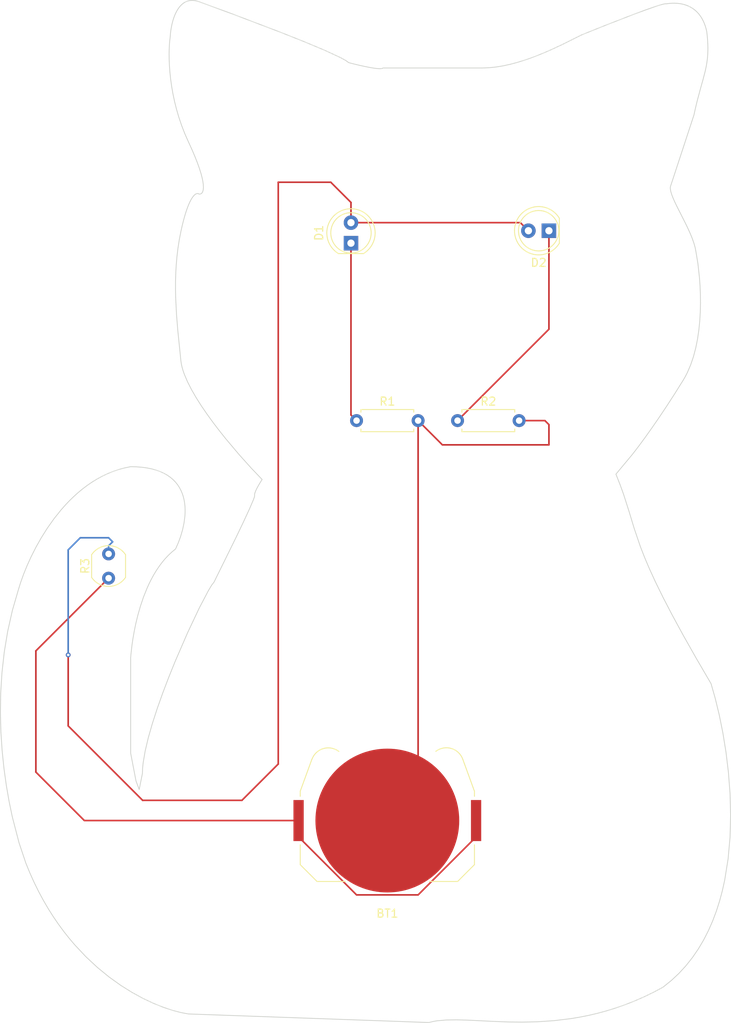
<source format=kicad_pcb>
(kicad_pcb (version 20241229) (generator "pcbnew") (generator_version "9.0")
  (layers (0 "F.Cu" signal) (2 "B.Cu" signal) (13 "F.Paste" user) (15 "B.Paste" user) (5 "F.SilkS" user "F.Silkscreen") (7 "B.SilkS" user "B.Silkscreen") (1 "F.Mask" user) (3 "B.Mask" user) (25 "Edge.Cuts" user))
  (net 0 "")
  (net 1 "Net-(BT1--)")
  (net 2 "Net-(BT1-+)")
  (net 3 "Net-(D1-K)")
  (net 4 "Net-(D2-K)")
  (net 5 "Net-(D1-A)")
  (footprint "Battery:BatteryHolder_Keystone_3034_1x20mm" (layer "F.Cu") (at 73.5 151.5 180)
    (property "Reference" "BT1" (at 0 -11.5 0) (layer "F.SilkS"))
    (property "Value" "Battery_Cell")
    (fp_line (start 10.78 3.63) (end 9.34 7.58) (stroke (width 0.12)) (layer "F.SilkS"))
    (fp_line (start 10.78 3) (end 10.78 3.63) (stroke (width 0.12)) (layer "F.SilkS"))
    (fp_line (start 10.78 -5.46) (end 10.78 -3) (stroke (width 0.12)) (layer "F.SilkS"))
    (fp_line (start 8.7 -7.54) (end 10.78 -5.46) (stroke (width 0.12)) (layer "F.SilkS"))
    (fp_line (start 8.7 -7.54) (end 5.2 -7.54) (stroke (width 0.12)) (layer "F.SilkS"))
    (fp_line (start -5.2 -7.54) (end -8.7 -7.54) (stroke (width 0.12)) (layer "F.SilkS"))
    (fp_line (start -8.7 -7.54) (end -10.78 -5.46) (stroke (width 0.12)) (layer "F.SilkS"))
    (fp_line (start -10.78 3.63) (end -9.34 7.58) (stroke (width 0.12)) (layer "F.SilkS"))
    (fp_line (start -10.78 3) (end -10.78 3.63) (stroke (width 0.12)) (layer "F.SilkS"))
    (fp_line (start -10.78 -5.46) (end -10.78 -3) (stroke (width 0.12)) (layer "F.SilkS"))
    (fp_arc (start 9.325243 7.588169) (mid 7.90634 8.911668) (end 6 8.55) (stroke (width 0.12)) (layer "F.SilkS"))
    (fp_arc (start -6.003354 8.56653) (mid -7.921654 8.918738) (end -9.34 7.58) (stroke (width 0.12)) (layer "F.SilkS"))
    (pad "1" smd rect (at -10.985 0 180) (size 1.27 5.08) (layers "F.Cu" "F.Mask" "F.Paste") (net 2 "Net-(BT1-+)"))
    (pad "1" smd rect (at 10.985 0 180) (size 1.27 5.08) (layers "F.Cu" "F.Mask" "F.Paste") (net 2 "Net-(BT1-+)"))
    (pad "2" smd circle (at 0 0 180) (size 17.8 17.8) (layers "F.Cu" "F.Mask") (net 1 "Net-(BT1--)"))
  )
  (footprint "Resistor_THT:R_Axial_DIN0207_L6.3mm_D2.5mm_P7.62mm_Horizontal" (layer "F.Cu") (at 69.69 102)
    (property "Reference" "R1" (at 3.81 -2.37 0) (layer "F.SilkS"))
    (property "Value" "R")
    (fp_line (start 0.54 -1.37) (end 7.08 -1.37) (stroke (width 0.12)) (layer "F.SilkS"))
    (fp_line (start 0.54 -1.04) (end 0.54 -1.37) (stroke (width 0.12)) (layer "F.SilkS"))
    (fp_line (start 0.54 1.04) (end 0.54 1.37) (stroke (width 0.12)) (layer "F.SilkS"))
    (fp_line (start 0.54 1.37) (end 7.08 1.37) (stroke (width 0.12)) (layer "F.SilkS"))
    (fp_line (start 7.08 -1.37) (end 7.08 -1.04) (stroke (width 0.12)) (layer "F.SilkS"))
    (fp_line (start 7.08 1.37) (end 7.08 1.04) (stroke (width 0.12)) (layer "F.SilkS"))
    (pad "1" thru_hole circle (at 0 0) (size 1.6 1.6) (drill 0.8) (layers "*.Cu" "*.Mask") (net 3 "Net-(D1-K)"))
    (pad "2" thru_hole oval (at 7.62 0) (size 1.6 1.6) (drill 0.8) (layers "*.Cu" "*.Mask") (net 1 "Net-(BT1--)"))
  )
  (footprint "LED_THT:LED_D5.0mm" (layer "F.Cu") (at 69 80.04 90)
    (property "Reference" "D1" (at 1.27 -3.96 90) (layer "F.SilkS"))
    (property "Value" "LED")
    (fp_line (start -1.29 -1.545) (end -1.29 1.545) (stroke (width 0.12)) (layer "F.SilkS"))
    (fp_arc (start -1.29 -1.54483) (mid 2.071756 -2.880501) (end 4.26 -0.000048) (stroke (width 0.12)) (layer "F.SilkS"))
    (fp_arc (start 4.26 0.000048) (mid 2.071756 2.880501) (end -1.29 1.54483) (stroke (width 0.12)) (layer "F.SilkS"))
    (fp_circle (center 1.27 0) (end 3.77 0) (stroke (width 0.12)) (fill no) (layer "F.SilkS"))
    (pad "1" thru_hole rect (at 0 0 90) (size 1.8 1.8) (drill 0.9) (layers "*.Cu" "*.Mask") (net 3 "Net-(D1-K)"))
    (pad "2" thru_hole circle (at 2.54 0 90) (size 1.8 1.8) (drill 0.9) (layers "*.Cu" "*.Mask") (net 5 "Net-(D1-A)"))
  )
  (footprint "Resistor_THT:R_Axial_DIN0207_L6.3mm_D2.5mm_P7.62mm_Horizontal" (layer "F.Cu") (at 82.19 102)
    (property "Reference" "R2" (at 3.81 -2.37 0) (layer "F.SilkS"))
    (property "Value" "R")
    (fp_line (start 0.54 -1.37) (end 7.08 -1.37) (stroke (width 0.12)) (layer "F.SilkS"))
    (fp_line (start 0.54 -1.04) (end 0.54 -1.37) (stroke (width 0.12)) (layer "F.SilkS"))
    (fp_line (start 0.54 1.04) (end 0.54 1.37) (stroke (width 0.12)) (layer "F.SilkS"))
    (fp_line (start 0.54 1.37) (end 7.08 1.37) (stroke (width 0.12)) (layer "F.SilkS"))
    (fp_line (start 7.08 -1.37) (end 7.08 -1.04) (stroke (width 0.12)) (layer "F.SilkS"))
    (fp_line (start 7.08 1.37) (end 7.08 1.04) (stroke (width 0.12)) (layer "F.SilkS"))
    (pad "1" thru_hole circle (at 0 0) (size 1.6 1.6) (drill 0.8) (layers "*.Cu" "*.Mask") (net 4 "Net-(D2-K)"))
    (pad "2" thru_hole oval (at 7.62 0) (size 1.6 1.6) (drill 0.8) (layers "*.Cu" "*.Mask") (net 1 "Net-(BT1--)"))
  )
  (footprint "LED_THT:LED_D5.0mm" (layer "F.Cu") (at 93.5 78.5 180)
    (property "Reference" "D2" (at 1.27 -3.96 0) (layer "F.SilkS"))
    (property "Value" "LED")
    (fp_line (start -1.29 -1.545) (end -1.29 1.545) (stroke (width 0.12)) (layer "F.SilkS"))
    (fp_arc (start 4.26 0.000048) (mid 2.071756 2.880501) (end -1.29 1.54483) (stroke (width 0.12)) (layer "F.SilkS"))
    (fp_arc (start -1.29 -1.54483) (mid 2.071756 -2.880501) (end 4.26 -0.000048) (stroke (width 0.12)) (layer "F.SilkS"))
    (fp_circle (center 1.27 0) (end 3.77 0) (stroke (width 0.12)) (fill no) (layer "F.SilkS"))
    (pad "1" thru_hole rect (at 0 0 180) (size 1.8 1.8) (drill 0.9) (layers "*.Cu" "*.Mask") (net 4 "Net-(D2-K)"))
    (pad "2" thru_hole circle (at 2.54 0 180) (size 1.8 1.8) (drill 0.9) (layers "*.Cu" "*.Mask") (net 5 "Net-(D1-A)"))
  )
  (footprint "OptoDevice:R_LDR_5.0x4.1mm_P3mm_Vertical" (layer "F.Cu") (at 39 121.5 90)
    (property "Reference" "R3" (at 1.5 -2.9 90) (layer "F.SilkS"))
    (property "Value" "R_Photo")
    (fp_line (start 0.1 -2.1) (end 2.9 -2.1) (stroke (width 0.12)) (layer "F.SilkS"))
    (fp_line (start 0.1 2.1) (end 2.9 2.1) (stroke (width 0.12)) (layer "F.SilkS"))
    (fp_arc (start 2.9 -2.1) (mid 4.023872 0.008372) (end 2.886037 2.109242) (stroke (width 0.12)) (layer "F.SilkS"))
    (fp_arc (start 0.1 2.1) (mid -1.023872 -0.008372) (end 0.113963 -2.109242) (stroke (width 0.12)) (layer "F.SilkS"))
    (pad "1" thru_hole circle (at 0 0 90) (size 1.6 1.6) (drill 0.8) (layers "*.Cu" "*.Mask") (net 2 "Net-(BT1-+)"))
    (pad "2" thru_hole circle (at 3 0 90) (size 1.6 1.6) (drill 0.8) (layers "*.Cu" "*.Mask") (net 5 "Net-(D1-A)"))
  )
  (gr_poly (pts (xy 49.5 50) (xy 49.722177 50.02807) (xy 49.954559 50.079821) (xy 50.197342 50.156357) (xy 54.319054 51.669442) (xy 60.251508 53.926669) (xy 63.206883 55.101791) (xy 65.787087 56.183895) (xy 67.716168 57.079964) (xy 68.350302 57.429168) (xy 68.718174 57.696981) (xy 69.271215 57.839709) (xy 69.907973 57.993807) (xy 70.583177 58.145012) (xy 71.25156 58.279061) (xy 71.569047 58.335195) (xy 71.867853 58.381692) (xy 72.142319 58.416768) (xy 72.386788 58.43864) (xy 72.595599 58.445527) (xy 72.763095 58.435644) (xy 72.829582 58.423857) (xy 72.883618 58.407209) (xy 72.924495 58.385478) (xy 72.951507 58.35844) (xy 85.254631 58.35844) (xy 86.104967 58.326917) (xy 86.966154 58.236483) (xy 87.833544 58.09334) (xy 88.702483 57.903687) (xy 89.568322 57.673727) (xy 90.426409 57.40966) (xy 91.272094 57.117689) (xy 92.100726 56.804013) (xy 92.907653 56.474834) (xy 93.688226 56.136353) (xy 95.151702 55.456291) (xy 97.557754 54.257398) (xy 100.559986 53.051473) (xy 103.921015 51.747161) (xy 105.446183 51.181356) (xy 106.713175 50.738852) (xy 107.213618 50.579243) (xy 107.606033 50.468947) (xy 107.875924 50.414125) (xy 107.960393 50.409443) (xy 108.008796 50.42094) (xy 108.224805 50.389676) (xy 108.442492 50.364257) (xy 108.719865 50.344459) (xy 109.046848 50.339388) (xy 109.413363 50.358153) (xy 109.809334 50.409862) (xy 110.015216 50.450916) (xy 110.224683 50.503622) (xy 110.436476 50.569118) (xy 110.649335 50.648542) (xy 110.861999 50.743033) (xy 111.073211 50.85373) (xy 111.281709 50.98177) (xy 111.486234 51.128293) (xy 111.685528 51.294437) (xy 111.878329 51.48134) (xy 112.063379 51.690141) (xy 112.239418 51.921979) (xy 112.405186 52.177991) (xy 112.559424 52.459317) (xy 112.700872 52.767094) (xy 112.828271 53.102462) (xy 112.94036 53.466559) (xy 113.035881 53.860523) (xy 113.116884 54.640611) (xy 113.163005 55.35113) (xy 113.17657 56.003125) (xy 113.159904 56.607642) (xy 113.115333 57.175728) (xy 113.045183 57.718427) (xy 112.951777 58.246786) (xy 112.837443 58.771851) (xy 112.555289 59.856281) (xy 112.217325 61.060084) (xy 111.842154 62.471625) (xy 111.646429 63.282913) (xy 111.448379 64.179273) (xy 108.537964 73.042815) (xy 108.523142 73.172909) (xy 108.526707 73.318714) (xy 108.584569 73.654326) (xy 108.702704 74.043383) (xy 108.872264 74.479616) (xy 109.084401 74.956757) (xy 109.330268 75.468538) (xy 109.887801 76.57095) (xy 110.474082 77.736707) (xy 110.755885 78.32767) (xy 111.018332 78.915664) (xy 111.252576 79.494423) (xy 111.44977 80.057678) (xy 111.601066 80.599161) (xy 111.697616 81.112604) (xy 111.93862 82.565979) (xy 112.134978 84.352135) (xy 112.203859 85.341715) (xy 112.24651 86.38054) (xy 112.25791 87.457294) (xy 112.233036 88.560659) (xy 112.166865 89.67932) (xy 112.054374 90.801959) (xy 111.890542 91.917259) (xy 111.670346 93.013905) (xy 111.388762 94.080579) (xy 111.040769 95.105964) (xy 110.621345 96.078744) (xy 110.383276 96.541871) (xy 110.125465 96.987603) (xy 109.070181 98.675463) (xy 108.057995 100.237857) (xy 107.10472 101.661761) (xy 106.226169 102.934148) (xy 105.438155 104.041993) (xy 104.756492 104.972271) (xy 104.196991 105.711955) (xy 103.775467 106.248021) (xy 101.791092 108.629269) (xy 102.314297 109.949487) (xy 102.743771 111.139735) (xy 103.426169 113.276051) (xy 104.047579 115.329674) (xy 104.817293 117.592063) (xy 105.323168 118.892625) (xy 105.944604 120.354675) (xy 106.707763 122.014646) (xy 107.638805 123.908969) (xy 108.763893 126.074077) (xy 110.109189 128.546402) (xy 111.700853 131.362377) (xy 113.565048 134.558434) (xy 114.081586 136.369822) (xy 114.575683 138.408328) (xy 115.02676 140.640621) (xy 115.414236 143.033369) (xy 115.717532 145.553241) (xy 115.916066 148.166905) (xy 115.989259 150.841031) (xy 115.916531 153.542287) (xy 115.677302 156.237342) (xy 115.250991 158.892865) (xy 114.961249 160.195385) (xy 114.617018 161.475523) (xy 114.215727 162.729113) (xy 113.754804 163.951987) (xy 113.231674 165.139979) (xy 112.643767 166.288924) (xy 111.988509 167.394654) (xy 111.263328 168.453004) (xy 110.465651 169.459806) (xy 109.592907 170.410895) (xy 108.642521 171.302103) (xy 107.611923 172.129265) (xy 106.414067 172.766181) (xy 105.227088 173.33956) (xy 104.051784 173.852526) (xy 102.888956 174.308203) (xy 101.739401 174.709717) (xy 100.603921 175.060192) (xy 99.483314 175.362754) (xy 98.378379 175.620526) (xy 97.289916 175.836634) (xy 96.218724 176.014204) (xy 94.131351 176.266223) (xy 92.122656 176.401583) (xy 90.199033 176.445281) (xy 88.366878 176.422317) (xy 86.632585 176.357689) (xy 83.483164 176.203434) (xy 82.080827 176.163805) (xy 80.801933 176.182505) (xy 79.652875 176.284533) (xy 79.129033 176.374608) (xy 78.640049 176.494889) (xy 48.874426 175.436562) (xy 47.95707 175.264576) (xy 46.919038 174.992092) (xy 45.776491 174.61225) (xy 44.54559 174.118191) (xy 43.242497 173.503054) (xy 41.883375 172.759978) (xy 40.484384 171.882105) (xy 39.061687 170.862574) (xy 37.631445 169.694525) (xy 36.209821 168.371098) (xy 34.812975 166.885432) (xy 34.128895 166.079616) (xy 33.45707 165.230669) (xy 32.799521 164.337731) (xy 32.158268 163.399947) (xy 31.535331 162.416458) (xy 30.93273 161.386407) (xy 30.352485 160.308937) (xy 29.796617 159.183189) (xy 29.267146 158.008307) (xy 28.766092 156.783432) (xy 27.923612 154.280253) (xy 27.084749 151.048966) (xy 26.698552 149.19681) (xy 26.351512 147.206461) (xy 26.056382 145.092529) (xy 25.825911 142.869626) (xy 25.672852 140.552362) (xy 25.609955 138.15535) (xy 25.649972 135.6932) (xy 25.805653 133.180523) (xy 26.089751 130.631931) (xy 26.515016 128.062034) (xy 27.094199 125.485444) (xy 27.840051 122.916771) (xy 28.118424 122.019798) (xy 28.47417 121.028101) (xy 28.90756 119.96044) (xy 29.418865 118.835573) (xy 30.008358 117.672258) (xy 30.676308 116.489256) (xy 31.422987 115.305322) (xy 32.248667 114.139218) (xy 33.153619 113.0097) (xy 33.635906 112.464523) (xy 34.138113 111.935528) (xy 34.660274 111.425058) (xy 35.202422 110.935459) (xy 35.764592 110.469076) (xy 36.346817 110.028254) (xy 36.949131 109.615336) (xy 37.571568 109.232669) (xy 38.214162 108.882597) (xy 38.876947 108.567465) (xy 39.559957 108.289617) (xy 40.263225 108.051398) (xy 40.986787 107.855154) (xy 41.730674 107.703228) (xy 42.461868 107.721561) (xy 43.143282 107.775478) (xy 43.776298 107.863357) (xy 44.362297 107.983573) (xy 44.902659 108.134505) (xy 45.398765 108.314529) (xy 45.851995 108.522022) (xy 46.263731 108.755361) (xy 46.635353 109.012924) (xy 46.968242 109.293087) (xy 47.263779 109.594227) (xy 47.523344 109.914722) (xy 47.748318 110.252948) (xy 47.940082 110.607283) (xy 48.100017 110.976104) (xy 48.229502 111.357787) (xy 48.32992 111.750709) (xy 48.402651 112.153248) (xy 48.449075 112.563781) (xy 48.470573 112.980685) (xy 48.468526 113.402337) (xy 48.444315 113.827113) (xy 48.334922 114.679548) (xy 48.153441 115.525006) (xy 47.910917 116.350505) (xy 47.618396 117.14306) (xy 47.286924 117.889687) (xy 46.828691 118.265936) (xy 46.396087 118.673457) (xy 45.988384 119.109416) (xy 45.604856 119.570979) (xy 45.244777 120.055312) (xy 44.907419 120.559581) (xy 44.592055 121.080952) (xy 44.29796 121.616591) (xy 44.024406 122.163662) (xy 43.770666 122.719334) (xy 43.319725 123.845137) (xy 42.939322 124.971328) (xy 42.623643 126.075234) (xy 42.366876 127.134181) (xy 42.163206 128.125497) (xy 42.00682 129.026508) (xy 41.891905 129.814542) (xy 41.763231 130.960983) (xy 41.730674 131.383438) (xy 41.730674 143.157395) (xy 42.392133 146.596978) (xy 42.789009 147.655312) (xy 43.185884 145.670937) (xy 43.208307 145.058587) (xy 43.273799 144.390524) (xy 43.523331 142.906247) (xy 43.913165 141.256089) (xy 44.421984 139.478032) (xy 45.028472 137.610058) (xy 45.711311 135.690149) (xy 46.449186 133.756288) (xy 47.220779 131.846457) (xy 48.779857 128.250811) (xy 50.218012 125.20707) (xy 51.364712 123.019091) (xy 51.775475 122.340967) (xy 52.049425 121.990731) (xy 54.811013 116.38487) (xy 55.683569 114.56095) (xy 56.42125 112.968024) (xy 56.920186 111.80608) (xy 57.047665 111.449222) (xy 57.076507 111.275105) (xy 57.068851 111.24298) (xy 57.065592 111.20631) (xy 57.066525 111.165358) (xy 57.071447 111.120385) (xy 57.092444 111.019422) (xy 57.126956 110.905515) (xy 57.173354 110.780755) (xy 57.23001 110.647236) (xy 57.295295 110.507051) (xy 57.367582 110.362292) (xy 57.526648 110.067427) (xy 57.694181 109.779382) (xy 57.857156 109.514902) (xy 58.002548 109.29073) (xy 56.676324 107.900453) (xy 55.151663 106.203748) (xy 53.537705 104.29022) (xy 52.731346 103.280148) (xy 51.94359 102.249472) (xy 51.188081 101.209391) (xy 50.47846 100.171107) (xy 49.828371 99.14582) (xy 49.251455 98.14473) (xy 48.761356 97.179038) (xy 48.371716 96.259945) (xy 48.218831 95.821372) (xy 48.096177 95.39865) (xy 48.00546 94.993177) (xy 47.948383 94.606354) (xy 47.557709 90.765761) (xy 47.401905 88.797406) (xy 47.303461 86.801145) (xy 47.283017 85.79352) (xy 47.285633 84.78008) (xy 47.314217 83.761215) (xy 47.371674 82.737312) (xy 47.460913 81.708757) (xy 47.58484 80.675939) (xy 47.746361 79.639246) (xy 47.948383 78.599064) (xy 48.037636 78.193825) (xy 48.126731 77.81116) (xy 48.215562 77.450493) (xy 48.304021 77.111247) (xy 48.392001 76.792847) (xy 48.479398 76.494715) (xy 48.566103 76.216274) (xy 48.652011 75.95695) (xy 48.737014 75.716164) (xy 48.821006 75.49334) (xy 48.903881 75.287903) (xy 48.985531 75.099275) (xy 49.065852 74.926879) (xy 49.144734 74.77014) (xy 49.222073 74.628481) (xy 49.297762 74.501326) (xy 49.371693 74.388097) (xy 49.443761 74.288218) (xy 49.513859 74.201114) (xy 49.581879 74.126206) (xy 49.647717 74.062919) (xy 49.711264 74.010677) (xy 49.772415 73.968902) (xy 49.831063 73.937019) (xy 49.887101 73.91445) (xy 49.940423 73.90062) (xy 49.990922 73.894951) (xy 50.038491 73.896867) (xy 50.083024 73.905793) (xy 50.124415 73.92115) (xy 50.162556 73.942363) (xy 50.197342 73.968855) (xy 50.312126 73.969887) (xy 50.421925 73.93702) (xy 50.522163 73.865912) (xy 50.608269 73.752224) (xy 50.675667 73.591613) (xy 50.719786 73.37974) (xy 50.736051 73.112263) (xy 50.71989 72.784841) (xy 50.666729 72.393135) (xy 50.571993 71.932802) (xy 50.431111 71.399502) (xy 50.239508 70.788894) (xy 49.992612 70.096637) (xy 49.685848 69.31839) (xy 49.314644 68.449813) (xy 48.874426 67.486565) (xy 48.427198 66.474256) (xy 48.035871 65.464827) (xy 47.697229 64.463434) (xy 47.408053 63.475232) (xy 47.165128 62.505375) (xy 46.965237 61.559017) (xy 46.805162 60.641314) (xy 46.681687 59.757421) (xy 46.591595 58.912491) (xy 46.53167 58.111681) (xy 46.498693 57.360144) (xy 46.48945 56.663036) (xy 46.500723 56.02551) (xy 46.529294 55.452723) (xy 46.571948 54.949829) (xy 46.625467 54.521982) (xy 46.651045 54.157275) (xy 46.695744 53.763578) (xy 46.761114 53.349728) (xy 46.848705 52.92456) (xy 46.960067 52.496911) (xy 47.025147 52.284919) (xy 47.096751 52.075619) (xy 47.175074 51.870118) (xy 47.260307 51.66952) (xy 47.352647 51.474929) (xy 47.452286 51.28745) (xy 47.559418 51.108188) (xy 47.674236 50.938247) (xy 47.796936 50.778731) (xy 47.92771 50.630746) (xy 48.066752 50.495396) (xy 48.214256 50.373785) (xy 48.370416 50.267018) (xy 48.535426 50.1762) (xy 48.709479 50.102436) (xy 48.892769 50.046828) (xy 49.08549 50.010484) (xy 49.287836 49.994506)) (stroke (width 0) (color 255 0 0 1)) (fill no) (layer "Edge.Cuts"))
  (segment (start 77.31 102) (end 80.31 105) (width 0.2) (layer "F.Cu") (net 1))
  (segment (start 93.5 102.5) (end 93 102) (width 0.2) (layer "F.Cu") (net 1))
  (segment (start 77.31 102) (end 77.31 147.69) (width 0.2) (layer "F.Cu") (net 1))
  (segment (start 93.5 105) (end 93.5 102.5) (width 0.2) (layer "F.Cu") (net 1))
  (segment (start 93 102) (end 89.81 102) (width 0.2) (layer "F.Cu") (net 1))
  (segment (start 77.31 147.69) (end 73.5 151.5) (width 0.2) (layer "F.Cu") (net 1))
  (segment (start 80.31 105) (end 93.5 105) (width 0.2) (layer "F.Cu") (net 1))
  (segment (start 84.485 151.5) (end 84.5 151.5) (width 0.2) (layer "F.Cu") (net 2))
  (segment (start 62.515 153.527179) (end 62.515 151.5) (width 0.2) (layer "F.Cu") (net 2))
  (segment (start 30 130.5) (end 39 121.5) (width 0.2) (layer "F.Cu") (net 2))
  (segment (start 84.5 153.512179) (end 77.311179 160.701) (width 0.2) (layer "F.Cu") (net 2))
  (segment (start 84.5 151.5) (end 84.5 153.512179) (width 0.2) (layer "F.Cu") (net 2))
  (segment (start 36 151.5) (end 30 145.5) (width 0.2) (layer "F.Cu") (net 2))
  (segment (start 69.688821 160.701) (end 62.515 153.527179) (width 0.2) (layer "F.Cu") (net 2))
  (segment (start 30 145.5) (end 30 130.5) (width 0.2) (layer "F.Cu") (net 2))
  (segment (start 77.311179 160.701) (end 69.688821 160.701) (width 0.2) (layer "F.Cu") (net 2))
  (segment (start 62.515 151.5) (end 36 151.5) (width 0.2) (layer "F.Cu") (net 2))
  (segment (start 69 101.31) (end 69.69 102) (width 0.2) (layer "F.Cu") (net 3))
  (segment (start 69 80.04) (end 69 101.31) (width 0.2) (layer "F.Cu") (net 3))
  (segment (start 93.5 90.69) (end 82.19 102) (width 0.2) (layer "F.Cu") (net 4))
  (segment (start 93.5 78.5) (end 93.5 90.69) (width 0.2) (layer "F.Cu") (net 4))
  (segment (start 69 77.5) (end 89.96 77.5) (width 0.2) (layer "F.Cu") (net 5))
  (segment (start 60 144.5) (end 55.5 149) (width 0.2) (layer "F.Cu") (net 5))
  (segment (start 34 139.785745) (end 34 131) (width 0.2) (layer "F.Cu") (net 5))
  (segment (start 69 77.5) (end 69 75) (width 0.2) (layer "F.Cu") (net 5))
  (segment (start 89.96 77.5) (end 90.96 78.5) (width 0.2) (layer "F.Cu") (net 5))
  (segment (start 43.214255 149) (end 34 139.785745) (width 0.2) (layer "F.Cu") (net 5))
  (segment (start 55.5 149) (end 43.214255 149) (width 0.2) (layer "F.Cu") (net 5))
  (segment (start 69 75) (end 66.5 72.5) (width 0.2) (layer "F.Cu") (net 5))
  (segment (start 60 72.5) (end 60 144.5) (width 0.2) (layer "F.Cu") (net 5))
  (segment (start 66.5 72.5) (end 60 72.5) (width 0.2) (layer "F.Cu") (net 5))
  (via (at 34 131) (size 0.6) (drill 0.3) (layers "F.Cu" "B.Cu") (net 5))
  (segment (start 39.5 117) (end 39 117.5) (width 0.2) (layer "B.Cu") (net 5))
  (segment (start 39 117.5) (end 39 118.5) (width 0.2) (layer "B.Cu") (net 5))
  (segment (start 39 116.5) (end 39.5 117) (width 0.2) (layer "B.Cu") (net 5))
  (segment (start 34 118) (end 35.5 116.5) (width 0.2) (layer "B.Cu") (net 5))
  (segment (start 34 131) (end 34 118) (width 0.2) (layer "B.Cu") (net 5))
  (segment (start 35.5 116.5) (end 39 116.5) (width 0.2) (layer "B.Cu") (net 5))
)
</source>
